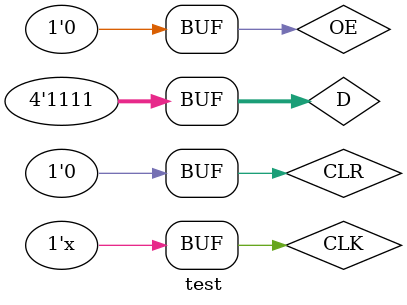
<source format=v>
`timescale 1ns / 1ps



module test;

	// Inputs
	reg OE;
	reg CLR;
	reg CLK;
	reg [3:0] D;

	// Outputs
	wire [3:0] Q;
	always
		#50CLK=~CLK;

	// Instantiate the Unit Under Test (UUT)
	demo14 uut (
		.OE(OE), 
		.CLR(CLR), 
		.CLK(CLK), 
		.D(D), 
		.Q(Q)
	);

	initial begin
		// Initialize Inputs
		OE = 0;
		CLR = 0;
		CLK = 0;
		D = 4'b1111;

		// Wait 100 ns for global reset to finish
		#100;
        
		// Add stimulus here
		OE = 0;
		CLR = 0;
		D = 4'b1111;

		// Wait 100 ns for global reset to finish
		#100;
		OE = 0;
		CLR = 0;
		D = 4'b1111;

		// Wait 100 ns for global reset to finish
		#100;
		OE = 1;
		CLR = 0;
		D = 4'b1111;

		// Wait 100 ns for global reset to finish
		#100;
		OE = 0;
		CLR = 1;
		D =4'b1111;

		// Wait 100 ns for global reset to finish
		#100;
		OE = 0;
		CLR = 0;
		D = 4'b1111;

		// Wait 100 ns for global reset to finish
		#100;
		OE = 0;
		CLR = 0;
		D = 4'b1111;

		// Wait 100 ns for global reset to finish
		#100;

	end
      
endmodule

</source>
